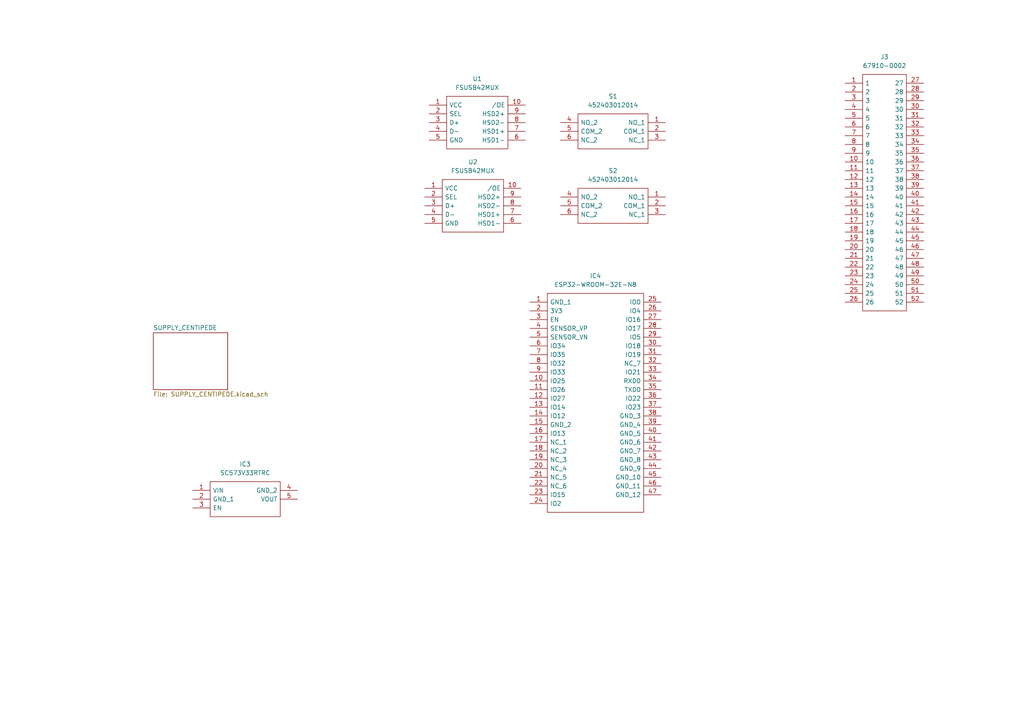
<source format=kicad_sch>
(kicad_sch (version 20211123) (generator eeschema)
  (paper "A4")
  (lib_symbols
    (symbol "SamacSys_Parts:452403012014" (pin_names (offset 0.762))
      (property "Reference" "S" (at 26.67 7.62 0))
      (property "Value" "452403012014" (at 26.67 5.08 0))
      (symbol "452403012014_0_0"
        (pin passive line (at 30.48 0 180) (length 5.08) (name "NO_1") (number "1"))
        (pin passive line (at 30.48 -2.54 180) (length 5.08) (name "COM_1") (number "2"))
        (pin passive line (at 30.48 -5.08 180) (length 5.08) (name "NC_1") (number "3"))
        (pin passive line (at 0 0 0) (length 5.08) (name "NO_2") (number "4"))
        (pin passive line (at 0 -2.54 0) (length 5.08) (name "COM_2") (number "5"))
        (pin passive line (at 0 -5.08 0) (length 5.08) (name "NC_2") (number "6"))
      )
      (symbol "452403012014_0_1"
        (polyline (pts (xy 5.08 2.54) (xy 25.4 2.54) (xy 25.4 -7.62) (xy 5.08 -7.62) (xy 5.08 2.54)) (stroke (width 0.1524)))
      )
    )
    (symbol "SamacSys_Parts:67910-0002" (pin_names (offset 0.762))
      (property "Reference" "J" (at 19.05 7.62 0))
      (property "Value" "67910-0002" (at 19.05 5.08 0))
      (symbol "67910-0002_0_0"
        (pin passive line (at 0 0 0) (length 5.08) (name "1") (number "1"))
        (pin passive line (at 0 -22.86 0) (length 5.08) (name "10") (number "10"))
        (pin passive line (at 0 -25.4 0) (length 5.08) (name "11") (number "11"))
        (pin passive line (at 0 -27.94 0) (length 5.08) (name "12") (number "12"))
        (pin passive line (at 0 -30.48 0) (length 5.08) (name "13") (number "13"))
        (pin passive line (at 0 -33.02 0) (length 5.08) (name "14") (number "14"))
        (pin passive line (at 0 -35.56 0) (length 5.08) (name "15") (number "15"))
        (pin passive line (at 0 -38.1 0) (length 5.08) (name "16") (number "16"))
        (pin passive line (at 0 -40.64 0) (length 5.08) (name "17") (number "17"))
        (pin passive line (at 0 -43.18 0) (length 5.08) (name "18") (number "18"))
        (pin passive line (at 0 -45.72 0) (length 5.08) (name "19") (number "19"))
        (pin passive line (at 0 -2.54 0) (length 5.08) (name "2") (number "2"))
        (pin passive line (at 0 -48.26 0) (length 5.08) (name "20") (number "20"))
        (pin passive line (at 0 -50.8 0) (length 5.08) (name "21") (number "21"))
        (pin passive line (at 0 -53.34 0) (length 5.08) (name "22") (number "22"))
        (pin passive line (at 0 -55.88 0) (length 5.08) (name "23") (number "23"))
        (pin passive line (at 0 -58.42 0) (length 5.08) (name "24") (number "24"))
        (pin passive line (at 0 -60.96 0) (length 5.08) (name "25") (number "25"))
        (pin passive line (at 0 -63.5 0) (length 5.08) (name "26") (number "26"))
        (pin passive line (at 22.86 0 180) (length 5.08) (name "27") (number "27"))
        (pin passive line (at 22.86 -2.54 180) (length 5.08) (name "28") (number "28"))
        (pin passive line (at 22.86 -5.08 180) (length 5.08) (name "29") (number "29"))
        (pin passive line (at 0 -5.08 0) (length 5.08) (name "3") (number "3"))
        (pin passive line (at 22.86 -7.62 180) (length 5.08) (name "30") (number "30"))
        (pin passive line (at 22.86 -10.16 180) (length 5.08) (name "31") (number "31"))
        (pin passive line (at 22.86 -12.7 180) (length 5.08) (name "32") (number "32"))
        (pin passive line (at 22.86 -15.24 180) (length 5.08) (name "33") (number "33"))
        (pin passive line (at 22.86 -17.78 180) (length 5.08) (name "34") (number "34"))
        (pin passive line (at 22.86 -20.32 180) (length 5.08) (name "35") (number "35"))
        (pin passive line (at 22.86 -22.86 180) (length 5.08) (name "36") (number "36"))
        (pin passive line (at 22.86 -25.4 180) (length 5.08) (name "37") (number "37"))
        (pin passive line (at 22.86 -27.94 180) (length 5.08) (name "38") (number "38"))
        (pin passive line (at 22.86 -30.48 180) (length 5.08) (name "39") (number "39"))
        (pin passive line (at 0 -7.62 0) (length 5.08) (name "4") (number "4"))
        (pin passive line (at 22.86 -33.02 180) (length 5.08) (name "40") (number "40"))
        (pin passive line (at 22.86 -35.56 180) (length 5.08) (name "41") (number "41"))
        (pin passive line (at 22.86 -38.1 180) (length 5.08) (name "42") (number "42"))
        (pin passive line (at 22.86 -40.64 180) (length 5.08) (name "43") (number "43"))
        (pin passive line (at 22.86 -43.18 180) (length 5.08) (name "44") (number "44"))
        (pin passive line (at 22.86 -45.72 180) (length 5.08) (name "45") (number "45"))
        (pin passive line (at 22.86 -48.26 180) (length 5.08) (name "46") (number "46"))
        (pin passive line (at 22.86 -50.8 180) (length 5.08) (name "47") (number "47"))
        (pin passive line (at 22.86 -53.34 180) (length 5.08) (name "48") (number "48"))
        (pin passive line (at 22.86 -55.88 180) (length 5.08) (name "49") (number "49"))
        (pin passive line (at 0 -10.16 0) (length 5.08) (name "5") (number "5"))
        (pin passive line (at 22.86 -58.42 180) (length 5.08) (name "50") (number "50"))
        (pin passive line (at 22.86 -60.96 180) (length 5.08) (name "51") (number "51"))
        (pin passive line (at 22.86 -63.5 180) (length 5.08) (name "52") (number "52"))
        (pin passive line (at 0 -12.7 0) (length 5.08) (name "6") (number "6"))
        (pin passive line (at 0 -15.24 0) (length 5.08) (name "7") (number "7"))
        (pin passive line (at 0 -17.78 0) (length 5.08) (name "8") (number "8"))
        (pin passive line (at 0 -20.32 0) (length 5.08) (name "9") (number "9"))
      )
      (symbol "67910-0002_0_1"
        (polyline (pts (xy 5.08 2.54) (xy 17.78 2.54) (xy 17.78 -66.04) (xy 5.08 -66.04) (xy 5.08 2.54)) (stroke (width 0.1524)))
      )
    )
    (symbol "SamacSys_Parts:ESP32-WROOM-32E-N8" (pin_names (offset 0.762))
      (property "Reference" "IC" (at 34.29 7.62 0))
      (property "Value" "ESP32-WROOM-32E-N8" (at 34.29 5.08 0))
      (symbol "ESP32-WROOM-32E-N8_0_0"
        (pin passive line (at 0 0 0) (length 5.08) (name "GND_1") (number "1"))
        (pin passive line (at 0 -22.86 0) (length 5.08) (name "IO25") (number "10"))
        (pin passive line (at 0 -25.4 0) (length 5.08) (name "IO26") (number "11"))
        (pin passive line (at 0 -27.94 0) (length 5.08) (name "IO27") (number "12"))
        (pin passive line (at 0 -30.48 0) (length 5.08) (name "IO14") (number "13"))
        (pin passive line (at 0 -33.02 0) (length 5.08) (name "IO12") (number "14"))
        (pin passive line (at 0 -35.56 0) (length 5.08) (name "GND_2") (number "15"))
        (pin passive line (at 0 -38.1 0) (length 5.08) (name "IO13") (number "16"))
        (pin passive line (at 0 -40.64 0) (length 5.08) (name "NC_1") (number "17"))
        (pin passive line (at 0 -43.18 0) (length 5.08) (name "NC_2") (number "18"))
        (pin passive line (at 0 -45.72 0) (length 5.08) (name "NC_3") (number "19"))
        (pin passive line (at 0 -2.54 0) (length 5.08) (name "3V3") (number "2"))
        (pin passive line (at 0 -48.26 0) (length 5.08) (name "NC_4") (number "20"))
        (pin passive line (at 0 -50.8 0) (length 5.08) (name "NC_5") (number "21"))
        (pin passive line (at 0 -53.34 0) (length 5.08) (name "NC_6") (number "22"))
        (pin passive line (at 0 -55.88 0) (length 5.08) (name "IO15") (number "23"))
        (pin passive line (at 0 -58.42 0) (length 5.08) (name "IO2") (number "24"))
        (pin passive line (at 38.1 0 180) (length 5.08) (name "IO0") (number "25"))
        (pin passive line (at 38.1 -2.54 180) (length 5.08) (name "IO4") (number "26"))
        (pin passive line (at 38.1 -5.08 180) (length 5.08) (name "IO16") (number "27"))
        (pin passive line (at 38.1 -7.62 180) (length 5.08) (name "IO17") (number "28"))
        (pin passive line (at 38.1 -10.16 180) (length 5.08) (name "IO5") (number "29"))
        (pin passive line (at 0 -5.08 0) (length 5.08) (name "EN") (number "3"))
        (pin passive line (at 38.1 -12.7 180) (length 5.08) (name "IO18") (number "30"))
        (pin passive line (at 38.1 -15.24 180) (length 5.08) (name "IO19") (number "31"))
        (pin passive line (at 38.1 -17.78 180) (length 5.08) (name "NC_7") (number "32"))
        (pin passive line (at 38.1 -20.32 180) (length 5.08) (name "IO21") (number "33"))
        (pin passive line (at 38.1 -22.86 180) (length 5.08) (name "RXD0") (number "34"))
        (pin passive line (at 38.1 -25.4 180) (length 5.08) (name "TXD0") (number "35"))
        (pin passive line (at 38.1 -27.94 180) (length 5.08) (name "IO22") (number "36"))
        (pin passive line (at 38.1 -30.48 180) (length 5.08) (name "IO23") (number "37"))
        (pin passive line (at 38.1 -33.02 180) (length 5.08) (name "GND_3") (number "38"))
        (pin passive line (at 38.1 -35.56 180) (length 5.08) (name "GND_4") (number "39"))
        (pin passive line (at 0 -7.62 0) (length 5.08) (name "SENSOR_VP") (number "4"))
        (pin passive line (at 38.1 -38.1 180) (length 5.08) (name "GND_5") (number "40"))
        (pin passive line (at 38.1 -40.64 180) (length 5.08) (name "GND_6") (number "41"))
        (pin passive line (at 38.1 -43.18 180) (length 5.08) (name "GND_7") (number "42"))
        (pin passive line (at 38.1 -45.72 180) (length 5.08) (name "GND_8") (number "43"))
        (pin passive line (at 38.1 -48.26 180) (length 5.08) (name "GND_9") (number "44"))
        (pin passive line (at 38.1 -50.8 180) (length 5.08) (name "GND_10") (number "45"))
        (pin passive line (at 38.1 -53.34 180) (length 5.08) (name "GND_11") (number "46"))
        (pin passive line (at 38.1 -55.88 180) (length 5.08) (name "GND_12") (number "47"))
        (pin passive line (at 0 -10.16 0) (length 5.08) (name "SENSOR_VN") (number "5"))
        (pin passive line (at 0 -12.7 0) (length 5.08) (name "IO34") (number "6"))
        (pin passive line (at 0 -15.24 0) (length 5.08) (name "IO35") (number "7"))
        (pin passive line (at 0 -17.78 0) (length 5.08) (name "IO32") (number "8"))
        (pin passive line (at 0 -20.32 0) (length 5.08) (name "IO33") (number "9"))
      )
      (symbol "ESP32-WROOM-32E-N8_0_1"
        (polyline (pts (xy 5.08 2.54) (xy 33.02 2.54) (xy 33.02 -60.96) (xy 5.08 -60.96) (xy 5.08 2.54)) (stroke (width 0.1524)))
      )
    )
    (symbol "SamacSys_Parts:FSUSB42MUX" (pin_names (offset 0.762))
      (property "Reference" "U" (at 24.13 7.62 0))
      (property "Value" "FSUSB42MUX" (at 24.13 5.08 0))
      (symbol "FSUSB42MUX_0_0"
        (pin passive line (at 0 0 0) (length 5.08) (name "VCC") (number "1"))
        (pin passive line (at 27.94 0 180) (length 5.08) (name "/OE") (number "10"))
        (pin passive line (at 0 -2.54 0) (length 5.08) (name "SEL") (number "2"))
        (pin passive line (at 0 -5.08 0) (length 5.08) (name "D+") (number "3"))
        (pin passive line (at 0 -7.62 0) (length 5.08) (name "D-") (number "4"))
        (pin passive line (at 0 -10.16 0) (length 5.08) (name "GND") (number "5"))
        (pin passive line (at 27.94 -10.16 180) (length 5.08) (name "HSD1-") (number "6"))
        (pin power_in line (at 27.94 -7.62 180) (length 5.08) (name "HSD1+") (number "7"))
        (pin passive line (at 27.94 -5.08 180) (length 5.08) (name "HSD2-") (number "8"))
        (pin passive line (at 27.94 -2.54 180) (length 5.08) (name "HSD2+") (number "9"))
      )
      (symbol "FSUSB42MUX_0_1"
        (polyline (pts (xy 5.08 2.54) (xy 22.86 2.54) (xy 22.86 -12.7) (xy 5.08 -12.7) (xy 5.08 2.54)) (stroke (width 0.1524)))
      )
    )
    (symbol "SamacSys_Parts:SC573V33RTRC" (pin_names (offset 0.762))
      (property "Reference" "IC" (at 26.67 7.62 0))
      (property "Value" "SC573V33RTRC" (at 26.67 5.08 0))
      (symbol "SC573V33RTRC_0_0"
        (pin passive line (at 0 0 0) (length 5.08) (name "VIN") (number "1"))
        (pin passive line (at 0 -2.54 0) (length 5.08) (name "GND_1") (number "2"))
        (pin passive line (at 0 -5.08 0) (length 5.08) (name "EN") (number "3"))
        (pin passive line (at 30.48 0 180) (length 5.08) (name "GND_2") (number "4"))
        (pin passive line (at 30.48 -2.54 180) (length 5.08) (name "VOUT") (number "5"))
      )
      (symbol "SC573V33RTRC_0_1"
        (polyline (pts (xy 5.08 2.54) (xy 25.4 2.54) (xy 25.4 -7.62) (xy 5.08 -7.62) (xy 5.08 2.54)) (stroke (width 0.1524)))
      )
    )
  )
  (symbol (lib_id "SamacSys_Parts:67910-0002") (at 245.11 24.13 0) (unit 1)
    (property "Reference" "J3" (at 256.54 16.51 0))
    (property "Value" "67910-0002" (at 256.54 19.05 0))
    (property "Footprint" "67910-5700" (effects hide))
    (property "Datasheet" "https://datasheet.datasheetarchive.com/originals/distributors/Datasheets_SAMA/2643df2b600a2eb4fa97e8eb25866f45.pdf" (effects hide))
    (property "Description" "Molex 67910 Series, Right Angle PCB Edge Connector SMT, 52 Way, 0.8mm Pitch, 1.1A" (effects hide))
    (property "Mouser Part Number" "538-67910-0002" (effects hide))
    (property "Mouser Price/Stock" "https://www.mouser.co.uk/ProductDetail/Molex/67910-0002?qs=Nl1avnnkqqxGh9Vp1ExzfQ%3D%3D" (effects hide))
    (property "Manufacturer_Name" "Molex" (effects hide))
    (property "Manufacturer_Part_Number" "67910-0002" (effects hide))
  )
  (symbol (lib_id "SamacSys_Parts:FSUSB42MUX") (at 123.19 54.61 0) (unit 1)
    (property "Reference" "U2" (at 137.16 46.99 0))
    (property "Value" "FSUSB42MUX" (at 137.16 49.53 0))
    (property "Footprint" "SOP50P490X110-10N" (effects hide))
    (property "Datasheet" "https://componentsearchengine.com/Datasheets/2/FSUSB42MUX.pdf" (effects hide))
    (property "Description" "ON SEMICONDUCTOR - FSUSB42MUX - USB SWITCH, DUAL, DPDT, MSOP-10" (effects hide))
    (property "Height" "1.1" (effects hide))
    (property "Mouser Part Number" "512-FSUSB42MUX" (effects hide))
    (property "Mouser Price/Stock" "https://www.mouser.co.uk/ProductDetail/onsemi-Fairchild/FSUSB42MUX?qs=yA6kp8fx8Y59RAD4iJDRWg%3D%3D" (effects hide))
    (property "Manufacturer_Name" "onsemi" (effects hide))
    (property "Manufacturer_Part_Number" "FSUSB42MUX" (effects hide))
  )
  (symbol (lib_id "SamacSys_Parts:SC573V33RTRC") (at 55.88 142.24 0) (unit 1)
    (property "Reference" "IC3" (at 71.12 134.62 0))
    (property "Value" "SC573V33RTRC" (at 71.12 137.16 0))
    (property "Footprint" "SOT65P210X110-5N" (effects hide))
    (property "Datasheet" "https://componentsearchengine.com/Datasheets/1/SC573V33RTRC.pdf" (effects hide))
    (property "Description" "LDO Voltage Regulators SINGLE 3.3V, 300MA LDO Regulator" (effects hide))
    (property "Height" "1.1" (effects hide))
    (property "Mouser Part Number" "947-SC573V33RTRC" (effects hide))
    (property "Mouser Price/Stock" "https://www.mouser.co.uk/ProductDetail/Semtech/SC573V33RTRC?qs=0lSvoLzn4L8WVBAvecOrxg%3D%3D" (effects hide))
    (property "Manufacturer_Name" "SEMTECH" (effects hide))
    (property "Manufacturer_Part_Number" "SC573V33RTRC" (effects hide))
  )
  (symbol (lib_id "SamacSys_Parts:452403012014") (at 162.56 57.15 0) (unit 1)
    (property "Reference" "S2" (at 177.8 49.53 0))
    (property "Value" "452403012014" (at 177.8 52.07 0))
    (property "Footprint" "452403012014" (effects hide))
    (property "Datasheet" "https://katalog.we-online.de/em/datasheet/452403012014.pdf" (effects hide))
    (property "Description" "Slide Switches WS-SLSV Slide Switch SMD 7.65mm x 5.5mm" (effects hide))
    (property "Height" "3.3" (effects hide))
    (property "Mouser Part Number" "710-452403012014" (effects hide))
    (property "Mouser Price/Stock" "https://www.mouser.co.uk/ProductDetail/Wurth-Elektronik/452403012014?qs=DvsTirrhYfOi0QxHyAEO3w%3D%3D" (effects hide))
    (property "Manufacturer_Name" "Wurth Elektronik" (effects hide))
    (property "Manufacturer_Part_Number" "452403012014" (effects hide))
  )
  (symbol (lib_id "SamacSys_Parts:FSUSB42MUX") (at 124.46 30.48 0) (unit 1)
    (property "Reference" "U1" (at 138.43 22.86 0))
    (property "Value" "FSUSB42MUX" (at 138.43 25.4 0))
    (property "Footprint" "SOP50P490X110-10N" (effects hide))
    (property "Datasheet" "https://componentsearchengine.com/Datasheets/2/FSUSB42MUX.pdf" (effects hide))
    (property "Description" "ON SEMICONDUCTOR - FSUSB42MUX - USB SWITCH, DUAL, DPDT, MSOP-10" (effects hide))
    (property "Height" "1.1" (effects hide))
    (property "Mouser Part Number" "512-FSUSB42MUX" (effects hide))
    (property "Mouser Price/Stock" "https://www.mouser.co.uk/ProductDetail/onsemi-Fairchild/FSUSB42MUX?qs=yA6kp8fx8Y59RAD4iJDRWg%3D%3D" (effects hide))
    (property "Manufacturer_Name" "onsemi" (effects hide))
    (property "Manufacturer_Part_Number" "FSUSB42MUX" (effects hide))
  )
  (symbol (lib_id "SamacSys_Parts:ESP32-WROOM-32E-N8") (at 153.67 87.63 0) (unit 1)
    (property "Reference" "IC4" (at 172.72 80.01 0))
    (property "Value" "ESP32-WROOM-32E-N8" (at 172.72 82.55 0))
    (property "Footprint" "ESP32WROOM32EN8" (effects hide))
    (property "Datasheet" "https://www.google.com/url?sa=t&rct=j&q=&esrc=s&source=web&cd=&ved=2ahUKEwjLw4ysybv2AhXFzIUKHZUbB64QFnoECCwQAQ&url=https%3A%2F%2Fwww.espressif.com%2Fsites%2Fdefault%2Ffiles%2Fdocumentation%2Fesp32-wroom-32e_esp32-wroom-32ue_datasheet_en.pdf&usg=AOvVaw1xSL" (effects hide))
    (property "Description" "WiFi Modules - 802.11 SMD Module ESP32-WROOM-32E, ESP32-D0WD-V3, 8 MB SPI flash, PCB antenna" (effects hide))
    (property "Height" "3.25" (effects hide))
    (property "Mouser Part Number" "356-ESP32WRM32E164PH" (effects hide))
    (property "Mouser Price/Stock" "https://www.mouser.co.uk/ProductDetail/Espressif-Systems/ESP32-WROOM-32E-N8?qs=Li%252BoUPsLEnsLnZW%252BGLgUhw%3D%3D" (effects hide))
    (property "Manufacturer_Name" "Espressif Systems" (effects hide))
    (property "Manufacturer_Part_Number" "ESP32-WROOM-32E-N8" (effects hide))
  )
  (symbol (lib_id "SamacSys_Parts:452403012014") (at 162.56 35.56 0) (unit 1)
    (property "Reference" "S1" (at 177.8 27.94 0))
    (property "Value" "452403012014" (at 177.8 30.48 0))
    (property "Footprint" "452403012014" (effects hide))
    (property "Datasheet" "https://katalog.we-online.de/em/datasheet/452403012014.pdf" (effects hide))
    (property "Description" "Slide Switches WS-SLSV Slide Switch SMD 7.65mm x 5.5mm" (effects hide))
    (property "Height" "3.3" (effects hide))
    (property "Mouser Part Number" "710-452403012014" (effects hide))
    (property "Mouser Price/Stock" "https://www.mouser.co.uk/ProductDetail/Wurth-Elektronik/452403012014?qs=DvsTirrhYfOi0QxHyAEO3w%3D%3D" (effects hide))
    (property "Manufacturer_Name" "Wurth Elektronik" (effects hide))
    (property "Manufacturer_Part_Number" "452403012014" (effects hide))
  )
  (sheet (at 44.45 96.52) (size 21.59 16.51) (stroke (width 0.1524))
    (property "Sheet name" "SUPPLY_CENTIPEDE" (at 44.45 95.8084 0) (effects (justify left bottom)))
    (property "Sheet file" "SUPPLY_CENTIPEDE.kicad_sch" (at 44.45 113.6146 0) (effects (justify left top)))
  )
)
</source>
